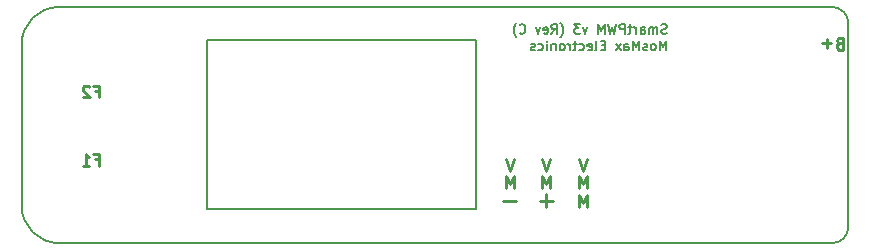
<source format=gbr>
G04 #@! TF.GenerationSoftware,KiCad,Pcbnew,(5.1.0-rc1-70-gd15876595)*
G04 #@! TF.CreationDate,2019-03-09T21:05:34+01:00
G04 #@! TF.ProjectId,spwm3.3,7370776d-332e-4332-9e6b-696361645f70,rev?*
G04 #@! TF.SameCoordinates,Original*
G04 #@! TF.FileFunction,Legend,Bot*
G04 #@! TF.FilePolarity,Positive*
%FSLAX46Y46*%
G04 Gerber Fmt 4.6, Leading zero omitted, Abs format (unit mm)*
G04 Created by KiCad (PCBNEW (5.1.0-rc1-70-gd15876595)) date 2019-03-09 21:05:34*
%MOMM*%
%LPD*%
G04 APERTURE LIST*
%ADD10C,0.200000*%
%ADD11C,0.150000*%
%ADD12C,0.250000*%
G04 APERTURE END LIST*
D10*
X168117619Y-97223809D02*
X168003333Y-97261904D01*
X167812857Y-97261904D01*
X167736666Y-97223809D01*
X167698571Y-97185714D01*
X167660476Y-97109523D01*
X167660476Y-97033333D01*
X167698571Y-96957142D01*
X167736666Y-96919047D01*
X167812857Y-96880952D01*
X167965238Y-96842857D01*
X168041428Y-96804761D01*
X168079523Y-96766666D01*
X168117619Y-96690476D01*
X168117619Y-96614285D01*
X168079523Y-96538095D01*
X168041428Y-96500000D01*
X167965238Y-96461904D01*
X167774761Y-96461904D01*
X167660476Y-96500000D01*
X167317619Y-97261904D02*
X167317619Y-96728571D01*
X167317619Y-96804761D02*
X167279523Y-96766666D01*
X167203333Y-96728571D01*
X167089047Y-96728571D01*
X167012857Y-96766666D01*
X166974761Y-96842857D01*
X166974761Y-97261904D01*
X166974761Y-96842857D02*
X166936666Y-96766666D01*
X166860476Y-96728571D01*
X166746190Y-96728571D01*
X166670000Y-96766666D01*
X166631904Y-96842857D01*
X166631904Y-97261904D01*
X165908095Y-97261904D02*
X165908095Y-96842857D01*
X165946190Y-96766666D01*
X166022380Y-96728571D01*
X166174761Y-96728571D01*
X166250952Y-96766666D01*
X165908095Y-97223809D02*
X165984285Y-97261904D01*
X166174761Y-97261904D01*
X166250952Y-97223809D01*
X166289047Y-97147619D01*
X166289047Y-97071428D01*
X166250952Y-96995238D01*
X166174761Y-96957142D01*
X165984285Y-96957142D01*
X165908095Y-96919047D01*
X165527142Y-97261904D02*
X165527142Y-96728571D01*
X165527142Y-96880952D02*
X165489047Y-96804761D01*
X165450952Y-96766666D01*
X165374761Y-96728571D01*
X165298571Y-96728571D01*
X165146190Y-96728571D02*
X164841428Y-96728571D01*
X165031904Y-96461904D02*
X165031904Y-97147619D01*
X164993809Y-97223809D01*
X164917619Y-97261904D01*
X164841428Y-97261904D01*
X164574761Y-97261904D02*
X164574761Y-96461904D01*
X164270000Y-96461904D01*
X164193809Y-96500000D01*
X164155714Y-96538095D01*
X164117619Y-96614285D01*
X164117619Y-96728571D01*
X164155714Y-96804761D01*
X164193809Y-96842857D01*
X164270000Y-96880952D01*
X164574761Y-96880952D01*
X163850952Y-96461904D02*
X163660476Y-97261904D01*
X163508095Y-96690476D01*
X163355714Y-97261904D01*
X163165238Y-96461904D01*
X162860476Y-97261904D02*
X162860476Y-96461904D01*
X162593809Y-97033333D01*
X162327142Y-96461904D01*
X162327142Y-97261904D01*
X161412857Y-96728571D02*
X161222380Y-97261904D01*
X161031904Y-96728571D01*
X160803333Y-96461904D02*
X160308095Y-96461904D01*
X160574761Y-96766666D01*
X160460476Y-96766666D01*
X160384285Y-96804761D01*
X160346190Y-96842857D01*
X160308095Y-96919047D01*
X160308095Y-97109523D01*
X160346190Y-97185714D01*
X160384285Y-97223809D01*
X160460476Y-97261904D01*
X160689047Y-97261904D01*
X160765238Y-97223809D01*
X160803333Y-97185714D01*
X159127142Y-97566666D02*
X159165238Y-97528571D01*
X159241428Y-97414285D01*
X159279523Y-97338095D01*
X159317619Y-97223809D01*
X159355714Y-97033333D01*
X159355714Y-96880952D01*
X159317619Y-96690476D01*
X159279523Y-96576190D01*
X159241428Y-96500000D01*
X159165238Y-96385714D01*
X159127142Y-96347619D01*
X158365238Y-97261904D02*
X158631904Y-96880952D01*
X158822380Y-97261904D02*
X158822380Y-96461904D01*
X158517619Y-96461904D01*
X158441428Y-96500000D01*
X158403333Y-96538095D01*
X158365238Y-96614285D01*
X158365238Y-96728571D01*
X158403333Y-96804761D01*
X158441428Y-96842857D01*
X158517619Y-96880952D01*
X158822380Y-96880952D01*
X157717619Y-97223809D02*
X157793809Y-97261904D01*
X157946190Y-97261904D01*
X158022380Y-97223809D01*
X158060476Y-97147619D01*
X158060476Y-96842857D01*
X158022380Y-96766666D01*
X157946190Y-96728571D01*
X157793809Y-96728571D01*
X157717619Y-96766666D01*
X157679523Y-96842857D01*
X157679523Y-96919047D01*
X158060476Y-96995238D01*
X157412857Y-96728571D02*
X157222380Y-97261904D01*
X157031904Y-96728571D01*
X155660476Y-97185714D02*
X155698571Y-97223809D01*
X155812857Y-97261904D01*
X155889047Y-97261904D01*
X156003333Y-97223809D01*
X156079523Y-97147619D01*
X156117619Y-97071428D01*
X156155714Y-96919047D01*
X156155714Y-96804761D01*
X156117619Y-96652380D01*
X156079523Y-96576190D01*
X156003333Y-96500000D01*
X155889047Y-96461904D01*
X155812857Y-96461904D01*
X155698571Y-96500000D01*
X155660476Y-96538095D01*
X155393809Y-97566666D02*
X155355714Y-97528571D01*
X155279523Y-97414285D01*
X155241428Y-97338095D01*
X155203333Y-97223809D01*
X155165238Y-97033333D01*
X155165238Y-96880952D01*
X155203333Y-96690476D01*
X155241428Y-96576190D01*
X155279523Y-96500000D01*
X155355714Y-96385714D01*
X155393809Y-96347619D01*
X168079523Y-98661904D02*
X168079523Y-97861904D01*
X167812857Y-98433333D01*
X167546190Y-97861904D01*
X167546190Y-98661904D01*
X167050952Y-98661904D02*
X167127142Y-98623809D01*
X167165238Y-98585714D01*
X167203333Y-98509523D01*
X167203333Y-98280952D01*
X167165238Y-98204761D01*
X167127142Y-98166666D01*
X167050952Y-98128571D01*
X166936666Y-98128571D01*
X166860476Y-98166666D01*
X166822380Y-98204761D01*
X166784285Y-98280952D01*
X166784285Y-98509523D01*
X166822380Y-98585714D01*
X166860476Y-98623809D01*
X166936666Y-98661904D01*
X167050952Y-98661904D01*
X166479523Y-98623809D02*
X166403333Y-98661904D01*
X166250952Y-98661904D01*
X166174761Y-98623809D01*
X166136666Y-98547619D01*
X166136666Y-98509523D01*
X166174761Y-98433333D01*
X166250952Y-98395238D01*
X166365238Y-98395238D01*
X166441428Y-98357142D01*
X166479523Y-98280952D01*
X166479523Y-98242857D01*
X166441428Y-98166666D01*
X166365238Y-98128571D01*
X166250952Y-98128571D01*
X166174761Y-98166666D01*
X165793809Y-98661904D02*
X165793809Y-97861904D01*
X165527142Y-98433333D01*
X165260476Y-97861904D01*
X165260476Y-98661904D01*
X164536666Y-98661904D02*
X164536666Y-98242857D01*
X164574761Y-98166666D01*
X164650952Y-98128571D01*
X164803333Y-98128571D01*
X164879523Y-98166666D01*
X164536666Y-98623809D02*
X164612857Y-98661904D01*
X164803333Y-98661904D01*
X164879523Y-98623809D01*
X164917619Y-98547619D01*
X164917619Y-98471428D01*
X164879523Y-98395238D01*
X164803333Y-98357142D01*
X164612857Y-98357142D01*
X164536666Y-98319047D01*
X164231904Y-98661904D02*
X163812857Y-98128571D01*
X164231904Y-98128571D02*
X163812857Y-98661904D01*
X162898571Y-98242857D02*
X162631904Y-98242857D01*
X162517619Y-98661904D02*
X162898571Y-98661904D01*
X162898571Y-97861904D01*
X162517619Y-97861904D01*
X162060476Y-98661904D02*
X162136666Y-98623809D01*
X162174761Y-98547619D01*
X162174761Y-97861904D01*
X161450952Y-98623809D02*
X161527142Y-98661904D01*
X161679523Y-98661904D01*
X161755714Y-98623809D01*
X161793809Y-98547619D01*
X161793809Y-98242857D01*
X161755714Y-98166666D01*
X161679523Y-98128571D01*
X161527142Y-98128571D01*
X161450952Y-98166666D01*
X161412857Y-98242857D01*
X161412857Y-98319047D01*
X161793809Y-98395238D01*
X160727142Y-98623809D02*
X160803333Y-98661904D01*
X160955714Y-98661904D01*
X161031904Y-98623809D01*
X161070000Y-98585714D01*
X161108095Y-98509523D01*
X161108095Y-98280952D01*
X161070000Y-98204761D01*
X161031904Y-98166666D01*
X160955714Y-98128571D01*
X160803333Y-98128571D01*
X160727142Y-98166666D01*
X160498571Y-98128571D02*
X160193809Y-98128571D01*
X160384285Y-97861904D02*
X160384285Y-98547619D01*
X160346190Y-98623809D01*
X160270000Y-98661904D01*
X160193809Y-98661904D01*
X159927142Y-98661904D02*
X159927142Y-98128571D01*
X159927142Y-98280952D02*
X159889047Y-98204761D01*
X159850952Y-98166666D01*
X159774761Y-98128571D01*
X159698571Y-98128571D01*
X159317619Y-98661904D02*
X159393809Y-98623809D01*
X159431904Y-98585714D01*
X159470000Y-98509523D01*
X159470000Y-98280952D01*
X159431904Y-98204761D01*
X159393809Y-98166666D01*
X159317619Y-98128571D01*
X159203333Y-98128571D01*
X159127142Y-98166666D01*
X159089047Y-98204761D01*
X159050952Y-98280952D01*
X159050952Y-98509523D01*
X159089047Y-98585714D01*
X159127142Y-98623809D01*
X159203333Y-98661904D01*
X159317619Y-98661904D01*
X158708095Y-98128571D02*
X158708095Y-98661904D01*
X158708095Y-98204761D02*
X158670000Y-98166666D01*
X158593809Y-98128571D01*
X158479523Y-98128571D01*
X158403333Y-98166666D01*
X158365238Y-98242857D01*
X158365238Y-98661904D01*
X157984285Y-98661904D02*
X157984285Y-98128571D01*
X157984285Y-97861904D02*
X158022380Y-97900000D01*
X157984285Y-97938095D01*
X157946190Y-97900000D01*
X157984285Y-97861904D01*
X157984285Y-97938095D01*
X157260476Y-98623809D02*
X157336666Y-98661904D01*
X157489047Y-98661904D01*
X157565238Y-98623809D01*
X157603333Y-98585714D01*
X157641428Y-98509523D01*
X157641428Y-98280952D01*
X157603333Y-98204761D01*
X157565238Y-98166666D01*
X157489047Y-98128571D01*
X157336666Y-98128571D01*
X157260476Y-98166666D01*
X156955714Y-98623809D02*
X156879523Y-98661904D01*
X156727142Y-98661904D01*
X156650952Y-98623809D01*
X156612857Y-98547619D01*
X156612857Y-98509523D01*
X156650952Y-98433333D01*
X156727142Y-98395238D01*
X156841428Y-98395238D01*
X156917619Y-98357142D01*
X156955714Y-98280952D01*
X156955714Y-98242857D01*
X156917619Y-98166666D01*
X156841428Y-98128571D01*
X156727142Y-98128571D01*
X156650952Y-98166666D01*
D11*
X183501100Y-113603599D02*
G75*
G02X182101100Y-115003600I-1399828J-173D01*
G01*
X183501100Y-113603600D02*
X183501100Y-111153600D01*
X183501100Y-111153600D02*
X183501100Y-96403600D01*
X182101100Y-95003599D02*
G75*
G02X183501100Y-96403600I172J-1399828D01*
G01*
X182101100Y-95003600D02*
X116676100Y-95003600D01*
X113501100Y-98178599D02*
G75*
G02X116676100Y-95003600I3175218J-219D01*
G01*
X113501100Y-98178600D02*
X113501100Y-111828600D01*
X116676100Y-115003599D02*
G75*
G02X113501100Y-111828600I218J3175218D01*
G01*
X116676100Y-115003600D02*
X182101100Y-115003600D01*
X182101100Y-115003600D02*
X182101100Y-115003600D01*
X151978100Y-112081600D02*
X151978100Y-97821600D01*
X151978100Y-97821600D02*
X129178100Y-97821600D01*
X129178100Y-97821600D02*
X129178100Y-112081600D01*
X129178100Y-112081600D02*
X151978100Y-112081600D01*
D12*
X182741071Y-98088571D02*
X182598214Y-98136190D01*
X182550595Y-98183809D01*
X182502976Y-98279047D01*
X182502976Y-98421904D01*
X182550595Y-98517142D01*
X182598214Y-98564761D01*
X182693452Y-98612380D01*
X183074404Y-98612380D01*
X183074404Y-97612380D01*
X182741071Y-97612380D01*
X182645833Y-97660000D01*
X182598214Y-97707619D01*
X182550595Y-97802857D01*
X182550595Y-97898095D01*
X182598214Y-97993333D01*
X182645833Y-98040952D01*
X182741071Y-98088571D01*
X183074404Y-98088571D01*
X119720595Y-107918571D02*
X120053928Y-107918571D01*
X120053928Y-108442380D02*
X120053928Y-107442380D01*
X119577738Y-107442380D01*
X118672976Y-108442380D02*
X119244404Y-108442380D01*
X118958690Y-108442380D02*
X118958690Y-107442380D01*
X119053928Y-107585238D01*
X119149166Y-107680476D01*
X119244404Y-107728095D01*
X119720595Y-102138571D02*
X120053928Y-102138571D01*
X120053928Y-102662380D02*
X120053928Y-101662380D01*
X119577738Y-101662380D01*
X119244404Y-101757619D02*
X119196785Y-101710000D01*
X119101547Y-101662380D01*
X118863452Y-101662380D01*
X118768214Y-101710000D01*
X118720595Y-101757619D01*
X118672976Y-101852857D01*
X118672976Y-101948095D01*
X118720595Y-102090952D01*
X119292023Y-102662380D01*
X118672976Y-102662380D01*
X161334404Y-107882380D02*
X161001071Y-108882380D01*
X160667738Y-107882380D01*
X161337261Y-110302380D02*
X161337261Y-109302380D01*
X161003928Y-110016666D01*
X160670595Y-109302380D01*
X160670595Y-110302380D01*
X161337261Y-111922380D02*
X161337261Y-110922380D01*
X161003928Y-111636666D01*
X160670595Y-110922380D01*
X160670595Y-111922380D01*
X158264404Y-107882380D02*
X157931071Y-108882380D01*
X157597738Y-107882380D01*
X158267261Y-110302380D02*
X158267261Y-109302380D01*
X157933928Y-110016666D01*
X157600595Y-109302380D01*
X157600595Y-110302380D01*
X158468500Y-111393428D02*
X157397261Y-111393428D01*
X157932880Y-111929047D02*
X157932880Y-110857809D01*
X155164404Y-107882380D02*
X154831071Y-108882380D01*
X154497738Y-107882380D01*
X155167261Y-110302380D02*
X155167261Y-109302380D01*
X154833928Y-110016666D01*
X154500595Y-109302380D01*
X154500595Y-110302380D01*
X155368500Y-111398428D02*
X154297261Y-111398428D01*
X182062500Y-98071428D02*
X181300595Y-98071428D01*
X181681547Y-98452380D02*
X181681547Y-97690476D01*
M02*

</source>
